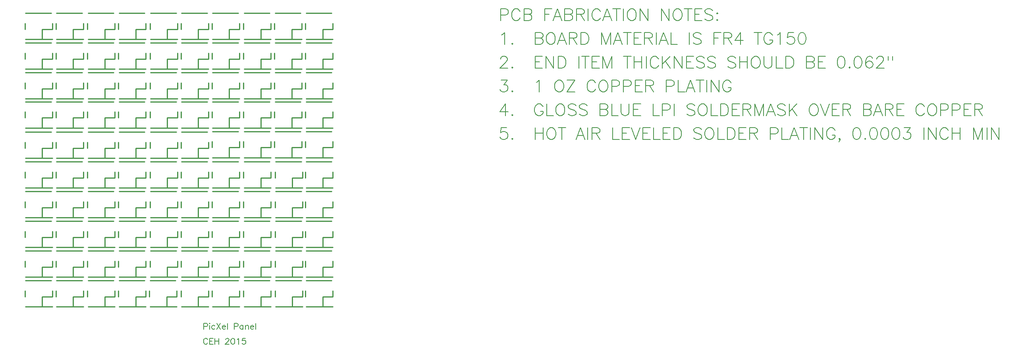
<source format=gto>
G04 CAM350 V10.1.0 (Build 363) Date:  Mon Jun 15 21:36:37 2015 *
G04 Database: (Untitled) *
G04 Layer 10: PCB1.GTO *
%FSLAX25Y25*%
%MOIN*%
%SFA1.000B1.000*%

%MIA0B0*%
%IPPOS*%
%ADD71C,0.01000*%
%ADD53C,0.00800*%
%LNPCB1.GTO*%
%LPD*%
G54D71*
X375625Y240000D02*
G01X377875D01*
X372500Y231500D02*
G01Y240000D01*
X358500Y253500D02*
G01X380000D01*
X358500Y231500D02*
G01X381000D01*
X358000Y240000D02*
G01Y245000D01*
X381000Y240000D02*
G01Y245000D01*
X372500Y240000D02*
G01X375625D01*
X377875D02*
G01X381000D01*
X377875Y265000D02*
G01X381000D01*
X372500D02*
G01X375625D01*
X381000D02*
G01Y270000D01*
X358000Y265000D02*
G01Y270000D01*
X358500Y256500D02*
G01X381000D01*
X358500Y278500D02*
G01X380000D01*
X372500Y256500D02*
G01Y265000D01*
X375625D02*
G01X377875D01*
X375625Y290000D02*
G01X377875D01*
X372500Y281500D02*
G01Y290000D01*
X358500Y303500D02*
G01X380000D01*
X358500Y281500D02*
G01X381000D01*
X358000Y290000D02*
G01Y295000D01*
X381000Y290000D02*
G01Y295000D01*
X372500Y290000D02*
G01X375625D01*
X377875D02*
G01X381000D01*
X377875Y315000D02*
G01X381000D01*
X372500D02*
G01X375625D01*
X381000D02*
G01Y320000D01*
X358000Y315000D02*
G01Y320000D01*
X358500Y306500D02*
G01X381000D01*
X358500Y328500D02*
G01X380000D01*
X372500Y306500D02*
G01Y315000D01*
X375625D02*
G01X377875D01*
X375625Y340000D02*
G01X377875D01*
X372500Y331500D02*
G01Y340000D01*
X358500Y353500D02*
G01X380000D01*
X358500Y331500D02*
G01X381000D01*
X358000Y340000D02*
G01Y345000D01*
X381000Y340000D02*
G01Y345000D01*
X372500Y340000D02*
G01X375625D01*
X377875D02*
G01X381000D01*
X377875Y365500D02*
G01X381000D01*
X372500D02*
G01X375625D01*
X381000D02*
G01Y370500D01*
X358000Y365500D02*
G01Y370500D01*
X358500Y357000D02*
G01X381000D01*
X358500Y379000D02*
G01X380000D01*
X372500Y357000D02*
G01Y365500D01*
X375625D02*
G01X377875D01*
X375625Y390500D02*
G01X377875D01*
X372500Y382000D02*
G01Y390500D01*
X358500Y404000D02*
G01X380000D01*
X358500Y382000D02*
G01X381000D01*
X358000Y390500D02*
G01Y395500D01*
X381000Y390500D02*
G01Y395500D01*
X372500Y390500D02*
G01X375625D01*
X377875D02*
G01X381000D01*
X377875Y415000D02*
G01X381000D01*
X372500D02*
G01X375625D01*
X381000D02*
G01Y420000D01*
X358000Y415000D02*
G01Y420000D01*
X358500Y406500D02*
G01X381000D01*
X358500Y428500D02*
G01X380000D01*
X372500Y406500D02*
G01Y415000D01*
X375625D02*
G01X377875D01*
X375625Y440000D02*
G01X377875D01*
X372500Y431500D02*
G01Y440000D01*
X358500Y453500D02*
G01X380000D01*
X358500Y431500D02*
G01X381000D01*
X358000Y440000D02*
G01Y445000D01*
X381000Y440000D02*
G01Y445000D01*
X372500Y440000D02*
G01X375625D01*
X377875D02*
G01X381000D01*
X377875Y465000D02*
G01X381000D01*
X372500D02*
G01X375625D01*
X381000D02*
G01Y470000D01*
X358000Y465000D02*
G01Y470000D01*
X358500Y456500D02*
G01X381000D01*
X358500Y478500D02*
G01X380000D01*
X372500Y456500D02*
G01Y465000D01*
X375625D02*
G01X377875D01*
X350125Y240000D02*
G01X352375D01*
X347000Y231500D02*
G01Y240000D01*
X333000Y253500D02*
G01X354500D01*
X333000Y231500D02*
G01X355500D01*
X332500Y240000D02*
G01Y245000D01*
X355500Y240000D02*
G01Y245000D01*
X347000Y240000D02*
G01X350125D01*
X352375D02*
G01X355500D01*
X352375Y265000D02*
G01X355500D01*
X347000D02*
G01X350125D01*
X355500D02*
G01Y270000D01*
X332500Y265000D02*
G01Y270000D01*
X333000Y256500D02*
G01X355500D01*
X333000Y278500D02*
G01X354500D01*
X347000Y256500D02*
G01Y265000D01*
X350125D02*
G01X352375D01*
X350125Y290000D02*
G01X352375D01*
X347000Y281500D02*
G01Y290000D01*
X333000Y303500D02*
G01X354500D01*
X333000Y281500D02*
G01X355500D01*
X332500Y290000D02*
G01Y295000D01*
X355500Y290000D02*
G01Y295000D01*
X347000Y290000D02*
G01X350125D01*
X352375D02*
G01X355500D01*
X352375Y315000D02*
G01X355500D01*
X347000D02*
G01X350125D01*
X355500D02*
G01Y320000D01*
X332500Y315000D02*
G01Y320000D01*
X333000Y306500D02*
G01X355500D01*
X333000Y328500D02*
G01X354500D01*
X347000Y306500D02*
G01Y315000D01*
X350125D02*
G01X352375D01*
X350125Y340000D02*
G01X352375D01*
X347000Y331500D02*
G01Y340000D01*
X333000Y353500D02*
G01X354500D01*
X333000Y331500D02*
G01X355500D01*
X332500Y340000D02*
G01Y345000D01*
X355500Y340000D02*
G01Y345000D01*
X347000Y340000D02*
G01X350125D01*
X352375D02*
G01X355500D01*
X351875Y365500D02*
G01X355000D01*
X346500D02*
G01X349625D01*
X355000D02*
G01Y370500D01*
X332000Y365500D02*
G01Y370500D01*
X332500Y357000D02*
G01X355000D01*
X332500Y379000D02*
G01X354000D01*
X346500Y357000D02*
G01Y365500D01*
X349625D02*
G01X351875D01*
X349625Y390500D02*
G01X351875D01*
X346500Y382000D02*
G01Y390500D01*
X332500Y404000D02*
G01X354000D01*
X332500Y382000D02*
G01X355000D01*
X332000Y390500D02*
G01Y395500D01*
X355000Y390500D02*
G01Y395500D01*
X346500Y390500D02*
G01X349625D01*
X351875D02*
G01X355000D01*
X351875Y415000D02*
G01X355000D01*
X346500D02*
G01X349625D01*
X355000D02*
G01Y420000D01*
X332000Y415000D02*
G01Y420000D01*
X332500Y406500D02*
G01X355000D01*
X332500Y428500D02*
G01X354000D01*
X346500Y406500D02*
G01Y415000D01*
X349625D02*
G01X351875D01*
X349625Y440000D02*
G01X351875D01*
X346500Y431500D02*
G01Y440000D01*
X332500Y453500D02*
G01X354000D01*
X332500Y431500D02*
G01X355000D01*
X332000Y440000D02*
G01Y445000D01*
X355000Y440000D02*
G01Y445000D01*
X346500Y440000D02*
G01X349625D01*
X351875D02*
G01X355000D01*
X351875Y465000D02*
G01X355000D01*
X346500D02*
G01X349625D01*
X355000D02*
G01Y470000D01*
X332000Y465000D02*
G01Y470000D01*
X332500Y456500D02*
G01X355000D01*
X332500Y478500D02*
G01X354000D01*
X346500Y456500D02*
G01Y465000D01*
X349625D02*
G01X351875D01*
X323625Y240000D02*
G01X325875D01*
X320500Y231500D02*
G01Y240000D01*
X306500Y253500D02*
G01X328000D01*
X306500Y231500D02*
G01X329000D01*
X306000Y240000D02*
G01Y245000D01*
X329000Y240000D02*
G01Y245000D01*
X320500Y240000D02*
G01X323625D01*
X325875D02*
G01X329000D01*
X325875Y265000D02*
G01X329000D01*
X320500D02*
G01X323625D01*
X329000D02*
G01Y270000D01*
X306000Y265000D02*
G01Y270000D01*
X306500Y256500D02*
G01X329000D01*
X306500Y278500D02*
G01X328000D01*
X320500Y256500D02*
G01Y265000D01*
X323625D02*
G01X325875D01*
X323625Y290000D02*
G01X325875D01*
X320500Y281500D02*
G01Y290000D01*
X306500Y303500D02*
G01X328000D01*
X306500Y281500D02*
G01X329000D01*
X306000Y290000D02*
G01Y295000D01*
X329000Y290000D02*
G01Y295000D01*
X320500Y290000D02*
G01X323625D01*
X325875D02*
G01X329000D01*
X325875Y315000D02*
G01X329000D01*
X320500D02*
G01X323625D01*
X329000D02*
G01Y320000D01*
X306000Y315000D02*
G01Y320000D01*
X306500Y306500D02*
G01X329000D01*
X306500Y328500D02*
G01X328000D01*
X320500Y306500D02*
G01Y315000D01*
X323625D02*
G01X325875D01*
X323625Y340000D02*
G01X325875D01*
X320500Y331500D02*
G01Y340000D01*
X306500Y353500D02*
G01X328000D01*
X306500Y331500D02*
G01X329000D01*
X306000Y340000D02*
G01Y345000D01*
X329000Y340000D02*
G01Y345000D01*
X320500Y340000D02*
G01X323625D01*
X325875D02*
G01X329000D01*
X325875Y365500D02*
G01X329000D01*
X320500D02*
G01X323625D01*
X329000D02*
G01Y370500D01*
X306000Y365500D02*
G01Y370500D01*
X306500Y357000D02*
G01X329000D01*
X306500Y379000D02*
G01X328000D01*
X320500Y357000D02*
G01Y365500D01*
X323625D02*
G01X325875D01*
X323625Y390500D02*
G01X325875D01*
X320500Y382000D02*
G01Y390500D01*
X306500Y404000D02*
G01X328000D01*
X306500Y382000D02*
G01X329000D01*
X306000Y390500D02*
G01Y395500D01*
X329000Y390500D02*
G01Y395500D01*
X320500Y390500D02*
G01X323625D01*
X325875D02*
G01X329000D01*
X325875Y415000D02*
G01X329000D01*
X320500D02*
G01X323625D01*
X329000D02*
G01Y420000D01*
X306000Y415000D02*
G01Y420000D01*
X306500Y406500D02*
G01X329000D01*
X306500Y428500D02*
G01X328000D01*
X320500Y406500D02*
G01Y415000D01*
X323625D02*
G01X325875D01*
X323625Y440000D02*
G01X325875D01*
X320500Y431500D02*
G01Y440000D01*
X306500Y453500D02*
G01X328000D01*
X306500Y431500D02*
G01X329000D01*
X306000Y440000D02*
G01Y445000D01*
X329000Y440000D02*
G01Y445000D01*
X320500Y440000D02*
G01X323625D01*
X325875D02*
G01X329000D01*
X325875Y465000D02*
G01X329000D01*
X320500D02*
G01X323625D01*
X329000D02*
G01Y470000D01*
X306000Y465000D02*
G01Y470000D01*
X306500Y456500D02*
G01X329000D01*
X306500Y478500D02*
G01X328000D01*
X320500Y456500D02*
G01Y465000D01*
X323625D02*
G01X325875D01*
X297125Y240000D02*
G01X299375D01*
X294000Y231500D02*
G01Y240000D01*
X280000Y253500D02*
G01X301500D01*
X280000Y231500D02*
G01X302500D01*
X279500Y240000D02*
G01Y245000D01*
X302500Y240000D02*
G01Y245000D01*
X294000Y240000D02*
G01X297125D01*
X299375D02*
G01X302500D01*
X299375Y265000D02*
G01X302500D01*
X294000D02*
G01X297125D01*
X302500D02*
G01Y270000D01*
X279500Y265000D02*
G01Y270000D01*
X280000Y256500D02*
G01X302500D01*
X280000Y278500D02*
G01X301500D01*
X294000Y256500D02*
G01Y265000D01*
X297125D02*
G01X299375D01*
X297125Y290000D02*
G01X299375D01*
X294000Y281500D02*
G01Y290000D01*
X280000Y303500D02*
G01X301500D01*
X280000Y281500D02*
G01X302500D01*
X279500Y290000D02*
G01Y295000D01*
X302500Y290000D02*
G01Y295000D01*
X294000Y290000D02*
G01X297125D01*
X299375D02*
G01X302500D01*
X299375Y315000D02*
G01X302500D01*
X294000D02*
G01X297125D01*
X302500D02*
G01Y320000D01*
X279500Y315000D02*
G01Y320000D01*
X280000Y306500D02*
G01X302500D01*
X280000Y328500D02*
G01X301500D01*
X294000Y306500D02*
G01Y315000D01*
X297125D02*
G01X299375D01*
X297125Y340000D02*
G01X299375D01*
X294000Y331500D02*
G01Y340000D01*
X280000Y353500D02*
G01X301500D01*
X280000Y331500D02*
G01X302500D01*
X279500Y340000D02*
G01Y345000D01*
X302500Y340000D02*
G01Y345000D01*
X294000Y340000D02*
G01X297125D01*
X299375D02*
G01X302500D01*
X299375Y365500D02*
G01X302500D01*
X294000D02*
G01X297125D01*
X302500D02*
G01Y370500D01*
X279500Y365500D02*
G01Y370500D01*
X280000Y357000D02*
G01X302500D01*
X280000Y379000D02*
G01X301500D01*
X294000Y357000D02*
G01Y365500D01*
X297125D02*
G01X299375D01*
X297125Y390500D02*
G01X299375D01*
X294000Y382000D02*
G01Y390500D01*
X280000Y404000D02*
G01X301500D01*
X280000Y382000D02*
G01X302500D01*
X279500Y390500D02*
G01Y395500D01*
X302500Y390500D02*
G01Y395500D01*
X294000Y390500D02*
G01X297125D01*
X299375D02*
G01X302500D01*
X299375Y415000D02*
G01X302500D01*
X294000D02*
G01X297125D01*
X302500D02*
G01Y420000D01*
X279500Y415000D02*
G01Y420000D01*
X280000Y406500D02*
G01X302500D01*
X280000Y428500D02*
G01X301500D01*
X294000Y406500D02*
G01Y415000D01*
X297125D02*
G01X299375D01*
X297125Y440000D02*
G01X299375D01*
X294000Y431500D02*
G01Y440000D01*
X280000Y453500D02*
G01X301500D01*
X280000Y431500D02*
G01X302500D01*
X279500Y440000D02*
G01Y445000D01*
X302500Y440000D02*
G01Y445000D01*
X294000Y440000D02*
G01X297125D01*
X299375D02*
G01X302500D01*
X299375Y465000D02*
G01X302500D01*
X294000D02*
G01X297125D01*
X302500D02*
G01Y470000D01*
X279500Y465000D02*
G01Y470000D01*
X280000Y456500D02*
G01X302500D01*
X280000Y478500D02*
G01X301500D01*
X294000Y456500D02*
G01Y465000D01*
X297125D02*
G01X299375D01*
X271125Y240000D02*
G01X273375D01*
X268000Y231500D02*
G01Y240000D01*
X254000Y253500D02*
G01X275500D01*
X254000Y231500D02*
G01X276500D01*
X253500Y240000D02*
G01Y245000D01*
X276500Y240000D02*
G01Y245000D01*
X268000Y240000D02*
G01X271125D01*
X273375D02*
G01X276500D01*
X273375Y265000D02*
G01X276500D01*
X268000D02*
G01X271125D01*
X276500D02*
G01Y270000D01*
X253500Y265000D02*
G01Y270000D01*
X254000Y256500D02*
G01X276500D01*
X254000Y278500D02*
G01X275500D01*
X268000Y256500D02*
G01Y265000D01*
X271125D02*
G01X273375D01*
X271125Y290000D02*
G01X273375D01*
X268000Y281500D02*
G01Y290000D01*
X254000Y303500D02*
G01X275500D01*
X254000Y281500D02*
G01X276500D01*
X253500Y290000D02*
G01Y295000D01*
X276500Y290000D02*
G01Y295000D01*
X268000Y290000D02*
G01X271125D01*
X273375D02*
G01X276500D01*
X273375Y315000D02*
G01X276500D01*
X268000D02*
G01X271125D01*
X276500D02*
G01Y320000D01*
X253500Y315000D02*
G01Y320000D01*
X254000Y306500D02*
G01X276500D01*
X254000Y328500D02*
G01X275500D01*
X268000Y306500D02*
G01Y315000D01*
X271125D02*
G01X273375D01*
X271125Y340000D02*
G01X273375D01*
X268000Y331500D02*
G01Y340000D01*
X254000Y353500D02*
G01X275500D01*
X254000Y331500D02*
G01X276500D01*
X253500Y340000D02*
G01Y345000D01*
X276500Y340000D02*
G01Y345000D01*
X268000Y340000D02*
G01X271125D01*
X273375D02*
G01X276500D01*
X273375Y365000D02*
G01X276500D01*
X268000D02*
G01X271125D01*
X276500D02*
G01Y370000D01*
X253500Y365000D02*
G01Y370000D01*
X254000Y356500D02*
G01X276500D01*
X254000Y378500D02*
G01X275500D01*
X268000Y356500D02*
G01Y365000D01*
X271125D02*
G01X273375D01*
X271125Y390500D02*
G01X273375D01*
X268000Y382000D02*
G01Y390500D01*
X254000Y404000D02*
G01X275500D01*
X254000Y382000D02*
G01X276500D01*
X253500Y390500D02*
G01Y395500D01*
X276500Y390500D02*
G01Y395500D01*
X268000Y390500D02*
G01X271125D01*
X273375D02*
G01X276500D01*
X273375Y415000D02*
G01X276500D01*
X268000D02*
G01X271125D01*
X276500D02*
G01Y420000D01*
X253500Y415000D02*
G01Y420000D01*
X254000Y406500D02*
G01X276500D01*
X254000Y428500D02*
G01X275500D01*
X268000Y406500D02*
G01Y415000D01*
X271125D02*
G01X273375D01*
X271125Y440000D02*
G01X273375D01*
X268000Y431500D02*
G01Y440000D01*
X254000Y453500D02*
G01X275500D01*
X254000Y431500D02*
G01X276500D01*
X253500Y440000D02*
G01Y445000D01*
X276500Y440000D02*
G01Y445000D01*
X268000Y440000D02*
G01X271125D01*
X273375D02*
G01X276500D01*
X273375Y465000D02*
G01X276500D01*
X268000D02*
G01X271125D01*
X276500D02*
G01Y470000D01*
X253500Y465000D02*
G01Y470000D01*
X254000Y456500D02*
G01X276500D01*
X254000Y478500D02*
G01X275500D01*
X268000Y456500D02*
G01Y465000D01*
X271125D02*
G01X273375D01*
X244625Y240000D02*
G01X246875D01*
X241500Y231500D02*
G01Y240000D01*
X227500Y253500D02*
G01X249000D01*
X227500Y231500D02*
G01X250000D01*
X227000Y240000D02*
G01Y245000D01*
X250000Y240000D02*
G01Y245000D01*
X241500Y240000D02*
G01X244625D01*
X246875D02*
G01X250000D01*
X247375Y265000D02*
G01X250500D01*
X242000D02*
G01X245125D01*
X250500D02*
G01Y270000D01*
X227500Y265000D02*
G01Y270000D01*
X228000Y256500D02*
G01X250500D01*
X228000Y278500D02*
G01X249500D01*
X242000Y256500D02*
G01Y265000D01*
X245125D02*
G01X247375D01*
X245125Y290000D02*
G01X247375D01*
X242000Y281500D02*
G01Y290000D01*
X228000Y303500D02*
G01X249500D01*
X228000Y281500D02*
G01X250500D01*
X227500Y290000D02*
G01Y295000D01*
X250500Y290000D02*
G01Y295000D01*
X242000Y290000D02*
G01X245125D01*
X247375D02*
G01X250500D01*
X247375Y315000D02*
G01X250500D01*
X242000D02*
G01X245125D01*
X250500D02*
G01Y320000D01*
X227500Y315000D02*
G01Y320000D01*
X228000Y306500D02*
G01X250500D01*
X228000Y328500D02*
G01X249500D01*
X242000Y306500D02*
G01Y315000D01*
X245125D02*
G01X247375D01*
X245125Y340000D02*
G01X247375D01*
X242000Y331500D02*
G01Y340000D01*
X228000Y353500D02*
G01X249500D01*
X228000Y331500D02*
G01X250500D01*
X227500Y340000D02*
G01Y345000D01*
X250500Y340000D02*
G01Y345000D01*
X242000Y340000D02*
G01X245125D01*
X247375D02*
G01X250500D01*
X247375Y365000D02*
G01X250500D01*
X242000D02*
G01X245125D01*
X250500D02*
G01Y370000D01*
X227500Y365000D02*
G01Y370000D01*
X228000Y356500D02*
G01X250500D01*
X228000Y378500D02*
G01X249500D01*
X242000Y356500D02*
G01Y365000D01*
X245125D02*
G01X247375D01*
X245125Y390500D02*
G01X247375D01*
X242000Y382000D02*
G01Y390500D01*
X228000Y404000D02*
G01X249500D01*
X228000Y382000D02*
G01X250500D01*
X227500Y390500D02*
G01Y395500D01*
X250500Y390500D02*
G01Y395500D01*
X242000Y390500D02*
G01X245125D01*
X247375D02*
G01X250500D01*
X247375Y415000D02*
G01X250500D01*
X242000D02*
G01X245125D01*
X250500D02*
G01Y420000D01*
X227500Y415000D02*
G01Y420000D01*
X228000Y406500D02*
G01X250500D01*
X228000Y428500D02*
G01X249500D01*
X242000Y406500D02*
G01Y415000D01*
X245125D02*
G01X247375D01*
X245125Y440000D02*
G01X247375D01*
X242000Y431500D02*
G01Y440000D01*
X228000Y453500D02*
G01X249500D01*
X228000Y431500D02*
G01X250500D01*
X227500Y440000D02*
G01Y445000D01*
X250500Y440000D02*
G01Y445000D01*
X242000Y440000D02*
G01X245125D01*
X247375D02*
G01X250500D01*
X247375Y465000D02*
G01X250500D01*
X242000D02*
G01X245125D01*
X250500D02*
G01Y470000D01*
X227500Y465000D02*
G01Y470000D01*
X228000Y456500D02*
G01X250500D01*
X228000Y478500D02*
G01X249500D01*
X242000Y456500D02*
G01Y465000D01*
X245125D02*
G01X247375D01*
X218625Y240000D02*
G01X220875D01*
X215500Y231500D02*
G01Y240000D01*
X201500Y253500D02*
G01X223000D01*
X201500Y231500D02*
G01X224000D01*
X201000Y240000D02*
G01Y245000D01*
X224000Y240000D02*
G01Y245000D01*
X215500Y240000D02*
G01X218625D01*
X220875D02*
G01X224000D01*
X220875Y265000D02*
G01X224000D01*
X215500D02*
G01X218625D01*
X224000D02*
G01Y270000D01*
X201000Y265000D02*
G01Y270000D01*
X201500Y256500D02*
G01X224000D01*
X201500Y278500D02*
G01X223000D01*
X215500Y256500D02*
G01Y265000D01*
X218625D02*
G01X220875D01*
X218625Y290000D02*
G01X220875D01*
X215500Y281500D02*
G01Y290000D01*
X201500Y303500D02*
G01X223000D01*
X201500Y281500D02*
G01X224000D01*
X201000Y290000D02*
G01Y295000D01*
X224000Y290000D02*
G01Y295000D01*
X215500Y290000D02*
G01X218625D01*
X220875D02*
G01X224000D01*
X220875Y315000D02*
G01X224000D01*
X215500D02*
G01X218625D01*
X224000D02*
G01Y320000D01*
X201000Y315000D02*
G01Y320000D01*
X201500Y306500D02*
G01X224000D01*
X201500Y328500D02*
G01X223000D01*
X215500Y306500D02*
G01Y315000D01*
X218625D02*
G01X220875D01*
X218625Y340000D02*
G01X220875D01*
X215500Y331500D02*
G01Y340000D01*
X201500Y353500D02*
G01X223000D01*
X201500Y331500D02*
G01X224000D01*
X201000Y340000D02*
G01Y345000D01*
X224000Y340000D02*
G01Y345000D01*
X215500Y340000D02*
G01X218625D01*
X220875D02*
G01X224000D01*
X220875Y365000D02*
G01X224000D01*
X215500D02*
G01X218625D01*
X224000D02*
G01Y370000D01*
X201000Y365000D02*
G01Y370000D01*
X201500Y356500D02*
G01X224000D01*
X201500Y378500D02*
G01X223000D01*
X215500Y356500D02*
G01Y365000D01*
X218625D02*
G01X220875D01*
X218625Y390500D02*
G01X220875D01*
X215500Y382000D02*
G01Y390500D01*
X201500Y404000D02*
G01X223000D01*
X201500Y382000D02*
G01X224000D01*
X201000Y390500D02*
G01Y395500D01*
X224000Y390500D02*
G01Y395500D01*
X215500Y390500D02*
G01X218625D01*
X220875D02*
G01X224000D01*
X220875Y415000D02*
G01X224000D01*
X215500D02*
G01X218625D01*
X224000D02*
G01Y420000D01*
X201000Y415000D02*
G01Y420000D01*
X201500Y406500D02*
G01X224000D01*
X201500Y428500D02*
G01X223000D01*
X215500Y406500D02*
G01Y415000D01*
X218625D02*
G01X220875D01*
X218625Y440000D02*
G01X220875D01*
X215500Y431500D02*
G01Y440000D01*
X201500Y453500D02*
G01X223000D01*
X201500Y431500D02*
G01X224000D01*
X201000Y440000D02*
G01Y445000D01*
X224000Y440000D02*
G01Y445000D01*
X215500Y440000D02*
G01X218625D01*
X220875D02*
G01X224000D01*
X220875Y465000D02*
G01X224000D01*
X215500D02*
G01X218625D01*
X224000D02*
G01Y470000D01*
X201000Y465000D02*
G01Y470000D01*
X201500Y456500D02*
G01X224000D01*
X201500Y478500D02*
G01X223000D01*
X215500Y456500D02*
G01Y465000D01*
X218625D02*
G01X220875D01*
X192625Y240000D02*
G01X194875D01*
X189500Y231500D02*
G01Y240000D01*
X175500Y253500D02*
G01X197000D01*
X175500Y231500D02*
G01X198000D01*
X175000Y240000D02*
G01Y245000D01*
X198000Y240000D02*
G01Y245000D01*
X189500Y240000D02*
G01X192625D01*
X194875D02*
G01X198000D01*
X194875Y265000D02*
G01X198000D01*
X189500D02*
G01X192625D01*
X198000D02*
G01Y270000D01*
X175000Y265000D02*
G01Y270000D01*
X175500Y256500D02*
G01X198000D01*
X175500Y278500D02*
G01X197000D01*
X189500Y256500D02*
G01Y265000D01*
X192625D02*
G01X194875D01*
X192625Y290000D02*
G01X194875D01*
X189500Y281500D02*
G01Y290000D01*
X175500Y303500D02*
G01X197000D01*
X175500Y281500D02*
G01X198000D01*
X175000Y290000D02*
G01Y295000D01*
X198000Y290000D02*
G01Y295000D01*
X189500Y290000D02*
G01X192625D01*
X194875D02*
G01X198000D01*
X194875Y315000D02*
G01X198000D01*
X189500D02*
G01X192625D01*
X198000D02*
G01Y320000D01*
X175000Y315000D02*
G01Y320000D01*
X175500Y306500D02*
G01X198000D01*
X175500Y328500D02*
G01X197000D01*
X189500Y306500D02*
G01Y315000D01*
X192625D02*
G01X194875D01*
X192625Y340000D02*
G01X194875D01*
X189500Y331500D02*
G01Y340000D01*
X175500Y353500D02*
G01X197000D01*
X175500Y331500D02*
G01X198000D01*
X175000Y340000D02*
G01Y345000D01*
X198000Y340000D02*
G01Y345000D01*
X189500Y340000D02*
G01X192625D01*
X194875D02*
G01X198000D01*
X194875Y365000D02*
G01X198000D01*
X189500D02*
G01X192625D01*
X198000D02*
G01Y370000D01*
X175000Y365000D02*
G01Y370000D01*
X175500Y356500D02*
G01X198000D01*
X175500Y378500D02*
G01X197000D01*
X189500Y356500D02*
G01Y365000D01*
X192625D02*
G01X194875D01*
X192625Y390500D02*
G01X194875D01*
X189500Y382000D02*
G01Y390500D01*
X175500Y404000D02*
G01X197000D01*
X175500Y382000D02*
G01X198000D01*
X175000Y390500D02*
G01Y395500D01*
X198000Y390500D02*
G01Y395500D01*
X189500Y390500D02*
G01X192625D01*
X194875D02*
G01X198000D01*
X194875Y415000D02*
G01X198000D01*
X189500D02*
G01X192625D01*
X198000D02*
G01Y420000D01*
X175000Y415000D02*
G01Y420000D01*
X175500Y406500D02*
G01X198000D01*
X175500Y428500D02*
G01X197000D01*
X189500Y406500D02*
G01Y415000D01*
X192625D02*
G01X194875D01*
X192625Y440000D02*
G01X194875D01*
X189500Y431500D02*
G01Y440000D01*
X175500Y453500D02*
G01X197000D01*
X175500Y431500D02*
G01X198000D01*
X175000Y440000D02*
G01Y445000D01*
X198000Y440000D02*
G01Y445000D01*
X189500Y440000D02*
G01X192625D01*
X194875D02*
G01X198000D01*
X194875Y465000D02*
G01X198000D01*
X189500D02*
G01X192625D01*
X198000D02*
G01Y470000D01*
X175000Y465000D02*
G01Y470000D01*
X175500Y456500D02*
G01X198000D01*
X175500Y478500D02*
G01X197000D01*
X189500Y456500D02*
G01Y465000D01*
X192625D02*
G01X194875D01*
X166125Y240000D02*
G01X168375D01*
X163000Y231500D02*
G01Y240000D01*
X149000Y253500D02*
G01X170500D01*
X149000Y231500D02*
G01X171500D01*
X148500Y240000D02*
G01Y245000D01*
X171500Y240000D02*
G01Y245000D01*
X163000Y240000D02*
G01X166125D01*
X168375D02*
G01X171500D01*
X168375Y265000D02*
G01X171500D01*
X163000D02*
G01X166125D01*
X171500D02*
G01Y270000D01*
X148500Y265000D02*
G01Y270000D01*
X149000Y256500D02*
G01X171500D01*
X149000Y278500D02*
G01X170500D01*
X163000Y256500D02*
G01Y265000D01*
X166125D02*
G01X168375D01*
X166125Y290000D02*
G01X168375D01*
X163000Y281500D02*
G01Y290000D01*
X149000Y303500D02*
G01X170500D01*
X149000Y281500D02*
G01X171500D01*
X148500Y290000D02*
G01Y295000D01*
X171500Y290000D02*
G01Y295000D01*
X163000Y290000D02*
G01X166125D01*
X168375D02*
G01X171500D01*
X168375Y315000D02*
G01X171500D01*
X163000D02*
G01X166125D01*
X171500D02*
G01Y320000D01*
X148500Y315000D02*
G01Y320000D01*
X149000Y306500D02*
G01X171500D01*
X149000Y328500D02*
G01X170500D01*
X163000Y306500D02*
G01Y315000D01*
X166125D02*
G01X168375D01*
X166125Y340000D02*
G01X168375D01*
X163000Y331500D02*
G01Y340000D01*
X149000Y353500D02*
G01X170500D01*
X149000Y331500D02*
G01X171500D01*
X148500Y340000D02*
G01Y345000D01*
X171500Y340000D02*
G01Y345000D01*
X163000Y340000D02*
G01X166125D01*
X168375D02*
G01X171500D01*
X168375Y365000D02*
G01X171500D01*
X163000D02*
G01X166125D01*
X171500D02*
G01Y370000D01*
X148500Y365000D02*
G01Y370000D01*
X149000Y356500D02*
G01X171500D01*
X149000Y378500D02*
G01X170500D01*
X163000Y356500D02*
G01Y365000D01*
X166125D02*
G01X168375D01*
X166125Y390500D02*
G01X168375D01*
X163000Y382000D02*
G01Y390500D01*
X149000Y404000D02*
G01X170500D01*
X149000Y382000D02*
G01X171500D01*
X148500Y390500D02*
G01Y395500D01*
X171500Y390500D02*
G01Y395500D01*
X163000Y390500D02*
G01X166125D01*
X168375D02*
G01X171500D01*
X168375Y415000D02*
G01X171500D01*
X163000D02*
G01X166125D01*
X171500D02*
G01Y420000D01*
X148500Y415000D02*
G01Y420000D01*
X149000Y406500D02*
G01X171500D01*
X149000Y428500D02*
G01X170500D01*
X163000Y406500D02*
G01Y415000D01*
X166125D02*
G01X168375D01*
X166125Y440000D02*
G01X168375D01*
X163000Y431500D02*
G01Y440000D01*
X149000Y453500D02*
G01X170500D01*
X149000Y431500D02*
G01X171500D01*
X148500Y440000D02*
G01Y445000D01*
X171500Y440000D02*
G01Y445000D01*
X163000Y440000D02*
G01X166125D01*
X168375D02*
G01X171500D01*
X168375Y465000D02*
G01X171500D01*
X163000D02*
G01X166125D01*
X171500D02*
G01Y470000D01*
X148500Y465000D02*
G01Y470000D01*
X149000Y456500D02*
G01X171500D01*
X149000Y478500D02*
G01X170500D01*
X163000Y456500D02*
G01Y465000D01*
X166125D02*
G01X168375D01*
X140125Y240000D02*
G01X142375D01*
X137000Y231500D02*
G01Y240000D01*
X123000Y253500D02*
G01X144500D01*
X123000Y231500D02*
G01X145500D01*
X122500Y240000D02*
G01Y245000D01*
X145500Y240000D02*
G01Y245000D01*
X137000Y240000D02*
G01X140125D01*
X142375D02*
G01X145500D01*
X142375Y265000D02*
G01X145500D01*
X137000D02*
G01X140125D01*
X145500D02*
G01Y270000D01*
X122500Y265000D02*
G01Y270000D01*
X123000Y256500D02*
G01X145500D01*
X123000Y278500D02*
G01X144500D01*
X137000Y256500D02*
G01Y265000D01*
X140125D02*
G01X142375D01*
X140125Y290000D02*
G01X142375D01*
X137000Y281500D02*
G01Y290000D01*
X123000Y303500D02*
G01X144500D01*
X123000Y281500D02*
G01X145500D01*
X122500Y290000D02*
G01Y295000D01*
X145500Y290000D02*
G01Y295000D01*
X137000Y290000D02*
G01X140125D01*
X142375D02*
G01X145500D01*
X142375Y315000D02*
G01X145500D01*
X137000D02*
G01X140125D01*
X145500D02*
G01Y320000D01*
X122500Y315000D02*
G01Y320000D01*
X123000Y306500D02*
G01X145500D01*
X123000Y328500D02*
G01X144500D01*
X137000Y306500D02*
G01Y315000D01*
X140125D02*
G01X142375D01*
X140125Y340000D02*
G01X142375D01*
X137000Y331500D02*
G01Y340000D01*
X123000Y353500D02*
G01X144500D01*
X123000Y331500D02*
G01X145500D01*
X122500Y340000D02*
G01Y345000D01*
X145500Y340000D02*
G01Y345000D01*
X137000Y340000D02*
G01X140125D01*
X142375D02*
G01X145500D01*
X142375Y365000D02*
G01X145500D01*
X137000D02*
G01X140125D01*
X145500D02*
G01Y370000D01*
X122500Y365000D02*
G01Y370000D01*
X123000Y356500D02*
G01X145500D01*
X123000Y378500D02*
G01X144500D01*
X137000Y356500D02*
G01Y365000D01*
X140125D02*
G01X142375D01*
X140125Y390500D02*
G01X142375D01*
X137000Y382000D02*
G01Y390500D01*
X123000Y404000D02*
G01X144500D01*
X123000Y382000D02*
G01X145500D01*
X122500Y390500D02*
G01Y395500D01*
X145500Y390500D02*
G01Y395500D01*
X137000Y390500D02*
G01X140125D01*
X142375D02*
G01X145500D01*
X142375Y415000D02*
G01X145500D01*
X137000D02*
G01X140125D01*
X145500D02*
G01Y420000D01*
X122500Y415000D02*
G01Y420000D01*
X123000Y406500D02*
G01X145500D01*
X123000Y428500D02*
G01X144500D01*
X137000Y406500D02*
G01Y415000D01*
X140125D02*
G01X142375D01*
X140125Y440000D02*
G01X142375D01*
X137000Y431500D02*
G01Y440000D01*
X123000Y453500D02*
G01X144500D01*
X123000Y431500D02*
G01X145500D01*
X122500Y440000D02*
G01Y445000D01*
X145500Y440000D02*
G01Y445000D01*
X137000Y440000D02*
G01X140125D01*
X142375D02*
G01X145500D01*
X142375Y465000D02*
G01X145500D01*
X137000D02*
G01X140125D01*
X145500D02*
G01Y470000D01*
X122500Y465000D02*
G01Y470000D01*
X123000Y456500D02*
G01X145500D01*
X123000Y478500D02*
G01X144500D01*
X137000Y456500D02*
G01Y465000D01*
X140125D02*
G01X142375D01*
G54D53*
G01X272627Y217412D02*
Y212490D01*
Y217412D02*
X274737D01*
X275440Y217177D01*
X275674Y216943D01*
X275909Y216474D01*
Y215771D01*
X275674Y215302D01*
X275440Y215068D01*
X274737Y214834D01*
X272627D01*
X277315Y217412D02*
X277549Y217177D01*
X277784Y217412D01*
X277549Y217646D01*
X277315Y217412D01*
X277549Y215771D02*
Y212490D01*
X282002Y215068D02*
X281534Y215537D01*
X281065Y215771D01*
X280362D01*
X279893Y215537D01*
X279424Y215068D01*
X279190Y214365D01*
Y213896D01*
X279424Y213193D01*
X279893Y212724D01*
X280362Y212490D01*
X281065D01*
X281534Y212724D01*
X282002Y213193D01*
X283409Y217412D02*
X286690Y212490D01*
Y217412D02*
X283409Y212490D01*
X288096Y214365D02*
X290909D01*
Y214834D01*
X290674Y215302D01*
X290440Y215537D01*
X289971Y215771D01*
X289268D01*
X288799Y215537D01*
X288331Y215068D01*
X288096Y214365D01*
Y213896D01*
X288331Y213193D01*
X288799Y212724D01*
X289268Y212490D01*
X289971D01*
X290440Y212724D01*
X290909Y213193D01*
X292549Y217412D02*
Y212490D01*
X298174Y217412D02*
Y212490D01*
Y217412D02*
X300284D01*
X300987Y217177D01*
X301221Y216943D01*
X301456Y216474D01*
Y215771D01*
X301221Y215302D01*
X300987Y215068D01*
X300284Y214834D01*
X298174D01*
X305674Y215771D02*
Y212490D01*
Y215068D02*
X305206Y215537D01*
X304737Y215771D01*
X304034D01*
X303565Y215537D01*
X303096Y215068D01*
X302862Y214365D01*
Y213896D01*
X303096Y213193D01*
X303565Y212724D01*
X304034Y212490D01*
X304737D01*
X305206Y212724D01*
X305674Y213193D01*
X307549Y215771D02*
Y212490D01*
Y214834D02*
X308252Y215537D01*
X308721Y215771D01*
X309424D01*
X309893Y215537D01*
X310127Y214834D01*
Y212490D01*
X311768Y214365D02*
X314581D01*
Y214834D01*
X314346Y215302D01*
X314112Y215537D01*
X313643Y215771D01*
X312940D01*
X312471Y215537D01*
X312002Y215068D01*
X311768Y214365D01*
Y213896D01*
X312002Y213193D01*
X312471Y212724D01*
X312940Y212490D01*
X313643D01*
X314112Y212724D01*
X314581Y213193D01*
X316221Y217412D02*
Y212490D01*
X275909Y203740D02*
X275674Y204209D01*
X275206Y204677D01*
X274737Y204912D01*
X273799D01*
X273331Y204677D01*
X272862Y204209D01*
X272627Y203740D01*
X272393Y203037D01*
Y201865D01*
X272627Y201162D01*
X272862Y200693D01*
X273331Y200224D01*
X273799Y199990D01*
X274737D01*
X275206Y200224D01*
X275674Y200693D01*
X275909Y201162D01*
X277549Y204912D02*
Y199990D01*
Y204912D02*
X280596D01*
X277549Y202568D02*
X279424D01*
X277549Y199990D02*
X280596D01*
X282002Y204912D02*
Y199990D01*
X285284Y204912D02*
Y199990D01*
X282002Y202568D02*
X285284D01*
X290909Y203740D02*
Y203974D01*
X291143Y204443D01*
X291377Y204677D01*
X291846Y204912D01*
X292784D01*
X293252Y204677D01*
X293487Y204443D01*
X293721Y203974D01*
Y203506D01*
X293487Y203037D01*
X293018Y202334D01*
X290674Y199990D01*
X293956D01*
X296768Y204912D02*
X296065Y204677D01*
X295596Y203974D01*
X295362Y202802D01*
Y202099D01*
X295596Y200927D01*
X296065Y200224D01*
X296768Y199990D01*
X297237D01*
X297940Y200224D01*
X298409Y200927D01*
X298643Y202099D01*
Y202802D01*
X298409Y203974D01*
X297940Y204677D01*
X297237Y204912D01*
X296768D01*
X300752Y203974D02*
X301221Y204209D01*
X301924Y204912D01*
Y199990D01*
X307549Y204912D02*
X305206D01*
X304971Y202802D01*
X305206Y203037D01*
X305909Y203271D01*
X306612D01*
X307315Y203037D01*
X307784Y202568D01*
X308018Y201865D01*
Y201396D01*
X307784Y200693D01*
X307315Y200224D01*
X306612Y199990D01*
X305909D01*
X305206Y200224D01*
X304971Y200459D01*
X304737Y200927D01*
G01X521755Y482064D02*
Y472220D01*
Y482064D02*
X525974D01*
X527380Y481595D01*
X527849Y481126D01*
X528317Y480189D01*
Y478782D01*
X527849Y477845D01*
X527380Y477376D01*
X525974Y476907D01*
X521755D01*
X538161Y479720D02*
X537692Y480657D01*
X536755Y481595D01*
X535817Y482064D01*
X533942D01*
X533005Y481595D01*
X532067Y480657D01*
X531599Y479720D01*
X531130Y478314D01*
Y475970D01*
X531599Y474564D01*
X532067Y473626D01*
X533005Y472689D01*
X533942Y472220D01*
X535817D01*
X536755Y472689D01*
X537692Y473626D01*
X538161Y474564D01*
X541442Y482064D02*
Y472220D01*
Y482064D02*
X545661D01*
X547067Y481595D01*
X547536Y481126D01*
X548005Y480189D01*
Y479251D01*
X547536Y478314D01*
X547067Y477845D01*
X545661Y477376D01*
X541442D02*
X545661D01*
X547067Y476907D01*
X547536Y476439D01*
X548005Y475501D01*
Y474095D01*
X547536Y473157D01*
X547067Y472689D01*
X545661Y472220D01*
X541442D01*
X558786Y482064D02*
Y472220D01*
Y482064D02*
X564880D01*
X558786Y477376D02*
X562536D01*
X569567Y482064D02*
X565817Y472220D01*
X569567Y482064D02*
X573317Y472220D01*
X567224Y475501D02*
X571911D01*
X575661Y482064D02*
Y472220D01*
Y482064D02*
X579880D01*
X581286Y481595D01*
X581755Y481126D01*
X582224Y480189D01*
Y479251D01*
X581755Y478314D01*
X581286Y477845D01*
X579880Y477376D01*
X575661D02*
X579880D01*
X581286Y476907D01*
X581755Y476439D01*
X582224Y475501D01*
Y474095D01*
X581755Y473157D01*
X581286Y472689D01*
X579880Y472220D01*
X575661D01*
X585505Y482064D02*
Y472220D01*
Y482064D02*
X589724D01*
X591130Y481595D01*
X591599Y481126D01*
X592067Y480189D01*
Y479251D01*
X591599Y478314D01*
X591130Y477845D01*
X589724Y477376D01*
X585505D01*
X588786D02*
X592067Y472220D01*
X595349Y482064D02*
Y472220D01*
X605661Y479720D02*
X605192Y480657D01*
X604255Y481595D01*
X603317Y482064D01*
X601442D01*
X600505Y481595D01*
X599567Y480657D01*
X599099Y479720D01*
X598630Y478314D01*
Y475970D01*
X599099Y474564D01*
X599567Y473626D01*
X600505Y472689D01*
X601442Y472220D01*
X603317D01*
X604255Y472689D01*
X605192Y473626D01*
X605661Y474564D01*
X611286Y482064D02*
X607536Y472220D01*
X611286Y482064D02*
X615036Y472220D01*
X608942Y475501D02*
X613630D01*
X619255Y482064D02*
Y472220D01*
X615974Y482064D02*
X622536D01*
X624880D02*
Y472220D01*
X630974Y482064D02*
X630036Y481595D01*
X629099Y480657D01*
X628630Y479720D01*
X628161Y478314D01*
Y475970D01*
X628630Y474564D01*
X629099Y473626D01*
X630036Y472689D01*
X630974Y472220D01*
X632849D01*
X633786Y472689D01*
X634724Y473626D01*
X635192Y474564D01*
X635661Y475970D01*
Y478314D01*
X635192Y479720D01*
X634724Y480657D01*
X633786Y481595D01*
X632849Y482064D01*
X630974D01*
X638942D02*
Y472220D01*
Y482064D02*
X645505Y472220D01*
Y482064D02*
Y472220D01*
X656755Y482064D02*
Y472220D01*
Y482064D02*
X663317Y472220D01*
Y482064D02*
Y472220D01*
X669411Y482064D02*
X668474Y481595D01*
X667536Y480657D01*
X667067Y479720D01*
X666599Y478314D01*
Y475970D01*
X667067Y474564D01*
X667536Y473626D01*
X668474Y472689D01*
X669411Y472220D01*
X671286D01*
X672224Y472689D01*
X673161Y473626D01*
X673630Y474564D01*
X674099Y475970D01*
Y478314D01*
X673630Y479720D01*
X673161Y480657D01*
X672224Y481595D01*
X671286Y482064D01*
X669411D01*
X679255D02*
Y472220D01*
X675974Y482064D02*
X682536D01*
X684880D02*
Y472220D01*
Y482064D02*
X690974D01*
X684880Y477376D02*
X688630D01*
X684880Y472220D02*
X690974D01*
X699880Y480657D02*
X698942Y481595D01*
X697536Y482064D01*
X695661D01*
X694255Y481595D01*
X693317Y480657D01*
Y479720D01*
X693786Y478782D01*
X694255Y478314D01*
X695192Y477845D01*
X698005Y476907D01*
X698942Y476439D01*
X699411Y475970D01*
X699880Y475032D01*
Y473626D01*
X698942Y472689D01*
X697536Y472220D01*
X695661D01*
X694255Y472689D01*
X693317Y473626D01*
X703630Y478782D02*
X703161Y478314D01*
X703630Y477845D01*
X704099Y478314D01*
X703630Y478782D01*
Y473157D02*
X703161Y472689D01*
X703630Y472220D01*
X704099Y472689D01*
X703630Y473157D01*
X522692Y460189D02*
X523630Y460657D01*
X525036Y462064D01*
Y452220D01*
X531599Y453157D02*
X531130Y452689D01*
X531599Y452220D01*
X532067Y452689D01*
X531599Y453157D01*
X550817Y462064D02*
Y452220D01*
Y462064D02*
X555036D01*
X556442Y461595D01*
X556911Y461126D01*
X557380Y460189D01*
Y459251D01*
X556911Y458314D01*
X556442Y457845D01*
X555036Y457376D01*
X550817D02*
X555036D01*
X556442Y456907D01*
X556911Y456439D01*
X557380Y455501D01*
Y454095D01*
X556911Y453157D01*
X556442Y452689D01*
X555036Y452220D01*
X550817D01*
X563005Y462064D02*
X562067Y461595D01*
X561130Y460657D01*
X560661Y459720D01*
X560192Y458314D01*
Y455970D01*
X560661Y454564D01*
X561130Y453626D01*
X562067Y452689D01*
X563005Y452220D01*
X564880D01*
X565817Y452689D01*
X566755Y453626D01*
X567224Y454564D01*
X567692Y455970D01*
Y458314D01*
X567224Y459720D01*
X566755Y460657D01*
X565817Y461595D01*
X564880Y462064D01*
X563005D01*
X573317D02*
X569567Y452220D01*
X573317Y462064D02*
X577067Y452220D01*
X570974Y455501D02*
X575661D01*
X579411Y462064D02*
Y452220D01*
Y462064D02*
X583630D01*
X585036Y461595D01*
X585505Y461126D01*
X585974Y460189D01*
Y459251D01*
X585505Y458314D01*
X585036Y457845D01*
X583630Y457376D01*
X579411D01*
X582692D02*
X585974Y452220D01*
X589255Y462064D02*
Y452220D01*
Y462064D02*
X592536D01*
X593942Y461595D01*
X594880Y460657D01*
X595349Y459720D01*
X595817Y458314D01*
Y455970D01*
X595349Y454564D01*
X594880Y453626D01*
X593942Y452689D01*
X592536Y452220D01*
X589255D01*
X606599Y462064D02*
Y452220D01*
Y462064D02*
X610349Y452220D01*
X614099Y462064D02*
X610349Y452220D01*
X614099Y462064D02*
Y452220D01*
X620192Y462064D02*
X616442Y452220D01*
X620192Y462064D02*
X623942Y452220D01*
X617849Y455501D02*
X622536D01*
X628161Y462064D02*
Y452220D01*
X624880Y462064D02*
X631442D01*
X633786D02*
Y452220D01*
Y462064D02*
X639880D01*
X633786Y457376D02*
X637536D01*
X633786Y452220D02*
X639880D01*
X642692Y462064D02*
Y452220D01*
Y462064D02*
X646911D01*
X648317Y461595D01*
X648786Y461126D01*
X649255Y460189D01*
Y459251D01*
X648786Y458314D01*
X648317Y457845D01*
X646911Y457376D01*
X642692D01*
X645974D02*
X649255Y452220D01*
X652536Y462064D02*
Y452220D01*
X658630Y462064D02*
X654880Y452220D01*
X658630Y462064D02*
X662380Y452220D01*
X656286Y455501D02*
X660974D01*
X664724Y462064D02*
Y452220D01*
Y452220D02*
X670349D01*
X680192Y462064D02*
Y452220D01*
X690036Y460657D02*
X689099Y461595D01*
X687692Y462064D01*
X685817D01*
X684411Y461595D01*
X683474Y460657D01*
Y459720D01*
X683942Y458782D01*
X684411Y458314D01*
X685349Y457845D01*
X688161Y456907D01*
X689099Y456439D01*
X689567Y455970D01*
X690036Y455032D01*
Y453626D01*
X689099Y452689D01*
X687692Y452220D01*
X685817D01*
X684411Y452689D01*
X683474Y453626D01*
X700817Y462064D02*
Y452220D01*
Y462064D02*
X706911D01*
X700817Y457376D02*
X704567D01*
X709255Y462064D02*
Y452220D01*
Y462064D02*
X713474D01*
X714880Y461595D01*
X715349Y461126D01*
X715817Y460189D01*
Y459251D01*
X715349Y458314D01*
X714880Y457845D01*
X713474Y457376D01*
X709255D01*
X712536D02*
X715817Y452220D01*
X723317Y462064D02*
X718630Y455501D01*
X725661D01*
X723317Y462064D02*
Y452220D01*
X737849Y462064D02*
Y452220D01*
X734567Y462064D02*
X741130D01*
X750036Y459720D02*
X749567Y460657D01*
X748630Y461595D01*
X747692Y462064D01*
X745817D01*
X744880Y461595D01*
X743942Y460657D01*
X743474Y459720D01*
X743005Y458314D01*
Y455970D01*
X743474Y454564D01*
X743942Y453626D01*
X744880Y452689D01*
X745817Y452220D01*
X747692D01*
X748630Y452689D01*
X749567Y453626D01*
X750036Y454564D01*
Y455970D01*
X747692D02*
X750036D01*
X754255Y460189D02*
X755192Y460657D01*
X756599Y462064D01*
Y452220D01*
X767849Y462064D02*
X763161D01*
X762692Y457845D01*
X763161Y458314D01*
X764567Y458782D01*
X765974D01*
X767380Y458314D01*
X768317Y457376D01*
X768786Y455970D01*
Y455032D01*
X768317Y453626D01*
X767380Y452689D01*
X765974Y452220D01*
X764567D01*
X763161Y452689D01*
X762692Y453157D01*
X762224Y454095D01*
X774411Y462064D02*
X773005Y461595D01*
X772067Y460189D01*
X771599Y457845D01*
Y456439D01*
X772067Y454095D01*
X773005Y452689D01*
X774411Y452220D01*
X775349D01*
X776755Y452689D01*
X777692Y454095D01*
X778161Y456439D01*
Y457845D01*
X777692Y460189D01*
X776755Y461595D01*
X775349Y462064D01*
X774411D01*
X521755Y439720D02*
Y440189D01*
X522224Y441126D01*
X522692Y441595D01*
X523630Y442064D01*
X525505D01*
X526442Y441595D01*
X526911Y441126D01*
X527380Y440189D01*
Y439251D01*
X526911Y438314D01*
X525974Y436907D01*
X521286Y432220D01*
X527849D01*
X531599Y433157D02*
X531130Y432689D01*
X531599Y432220D01*
X532067Y432689D01*
X531599Y433157D01*
X550817Y442064D02*
Y432220D01*
Y442064D02*
X556911D01*
X550817Y437376D02*
X554567D01*
X550817Y432220D02*
X556911D01*
X559724Y442064D02*
Y432220D01*
Y442064D02*
X566286Y432220D01*
Y442064D02*
Y432220D01*
X570036Y442064D02*
Y432220D01*
Y442064D02*
X573317D01*
X574724Y441595D01*
X575661Y440657D01*
X576130Y439720D01*
X576599Y438314D01*
Y435970D01*
X576130Y434564D01*
X575661Y433626D01*
X574724Y432689D01*
X573317Y432220D01*
X570036D01*
X587380Y442064D02*
Y432220D01*
X593005Y442064D02*
Y432220D01*
X589724Y442064D02*
X596286D01*
X598630D02*
Y432220D01*
Y442064D02*
X604724D01*
X598630Y437376D02*
X602380D01*
X598630Y432220D02*
X604724D01*
X607536Y442064D02*
Y432220D01*
Y442064D02*
X611286Y432220D01*
X615036Y442064D02*
X611286Y432220D01*
X615036Y442064D02*
Y432220D01*
X628161Y442064D02*
Y432220D01*
X624880Y442064D02*
X631442D01*
X633786D02*
Y432220D01*
X640349Y442064D02*
Y432220D01*
X633786Y437376D02*
X640349D01*
X644099Y442064D02*
Y432220D01*
X654411Y439720D02*
X653942Y440657D01*
X653005Y441595D01*
X652067Y442064D01*
X650192D01*
X649255Y441595D01*
X648317Y440657D01*
X647849Y439720D01*
X647380Y438314D01*
Y435970D01*
X647849Y434564D01*
X648317Y433626D01*
X649255Y432689D01*
X650192Y432220D01*
X652067D01*
X653005Y432689D01*
X653942Y433626D01*
X654411Y434564D01*
X657692Y442064D02*
Y432220D01*
X664255Y442064D02*
X657692Y435501D01*
X660036Y437845D02*
X664255Y432220D01*
X667536Y442064D02*
Y432220D01*
Y442064D02*
X674099Y432220D01*
Y442064D02*
Y432220D01*
X677849Y442064D02*
Y432220D01*
Y442064D02*
X683942D01*
X677849Y437376D02*
X681599D01*
X677849Y432220D02*
X683942D01*
X692849Y440657D02*
X691911Y441595D01*
X690505Y442064D01*
X688630D01*
X687224Y441595D01*
X686286Y440657D01*
Y439720D01*
X686755Y438782D01*
X687224Y438314D01*
X688161Y437845D01*
X690974Y436907D01*
X691911Y436439D01*
X692380Y435970D01*
X692849Y435032D01*
Y433626D01*
X691911Y432689D01*
X690505Y432220D01*
X688630D01*
X687224Y432689D01*
X686286Y433626D01*
X702224Y440657D02*
X701286Y441595D01*
X699880Y442064D01*
X698005D01*
X696599Y441595D01*
X695661Y440657D01*
Y439720D01*
X696130Y438782D01*
X696599Y438314D01*
X697536Y437845D01*
X700349Y436907D01*
X701286Y436439D01*
X701755Y435970D01*
X702224Y435032D01*
Y433626D01*
X701286Y432689D01*
X699880Y432220D01*
X698005D01*
X696599Y432689D01*
X695661Y433626D01*
X719099Y440657D02*
X718161Y441595D01*
X716755Y442064D01*
X714880D01*
X713474Y441595D01*
X712536Y440657D01*
Y439720D01*
X713005Y438782D01*
X713474Y438314D01*
X714411Y437845D01*
X717224Y436907D01*
X718161Y436439D01*
X718630Y435970D01*
X719099Y435032D01*
Y433626D01*
X718161Y432689D01*
X716755Y432220D01*
X714880D01*
X713474Y432689D01*
X712536Y433626D01*
X722380Y442064D02*
Y432220D01*
X728942Y442064D02*
Y432220D01*
X722380Y437376D02*
X728942D01*
X735036Y442064D02*
X734099Y441595D01*
X733161Y440657D01*
X732692Y439720D01*
X732224Y438314D01*
Y435970D01*
X732692Y434564D01*
X733161Y433626D01*
X734099Y432689D01*
X735036Y432220D01*
X736911D01*
X737849Y432689D01*
X738786Y433626D01*
X739255Y434564D01*
X739724Y435970D01*
Y438314D01*
X739255Y439720D01*
X738786Y440657D01*
X737849Y441595D01*
X736911Y442064D01*
X735036D01*
X743005D02*
Y435032D01*
X743474Y433626D01*
X744411Y432689D01*
X745817Y432220D01*
X746755D01*
X748161Y432689D01*
X749099Y433626D01*
X749567Y435032D01*
Y442064D01*
X753317D02*
Y432220D01*
Y432220D02*
X758942D01*
X761286Y442064D02*
Y432220D01*
Y442064D02*
X764567D01*
X765974Y441595D01*
X766911Y440657D01*
X767380Y439720D01*
X767849Y438314D01*
Y435970D01*
X767380Y434564D01*
X766911Y433626D01*
X765974Y432689D01*
X764567Y432220D01*
X761286D01*
X778630Y442064D02*
Y432220D01*
Y442064D02*
X782849D01*
X784255Y441595D01*
X784724Y441126D01*
X785192Y440189D01*
Y439251D01*
X784724Y438314D01*
X784255Y437845D01*
X782849Y437376D01*
X778630D02*
X782849D01*
X784255Y436907D01*
X784724Y436439D01*
X785192Y435501D01*
Y434095D01*
X784724Y433157D01*
X784255Y432689D01*
X782849Y432220D01*
X778630D01*
X788474Y442064D02*
Y432220D01*
Y442064D02*
X794567D01*
X788474Y437376D02*
X792224D01*
X788474Y432220D02*
X794567D01*
X807224Y442064D02*
X805817Y441595D01*
X804880Y440189D01*
X804411Y437845D01*
Y436439D01*
X804880Y434095D01*
X805817Y432689D01*
X807224Y432220D01*
X808161D01*
X809567Y432689D01*
X810505Y434095D01*
X810974Y436439D01*
Y437845D01*
X810505Y440189D01*
X809567Y441595D01*
X808161Y442064D01*
X807224D01*
X814724Y433157D02*
X814255Y432689D01*
X814724Y432220D01*
X815192Y432689D01*
X814724Y433157D01*
X821286Y442064D02*
X819880Y441595D01*
X818942Y440189D01*
X818474Y437845D01*
Y436439D01*
X818942Y434095D01*
X819880Y432689D01*
X821286Y432220D01*
X822224D01*
X823630Y432689D01*
X824567Y434095D01*
X825036Y436439D01*
Y437845D01*
X824567Y440189D01*
X823630Y441595D01*
X822224Y442064D01*
X821286D01*
X833942Y440657D02*
X833474Y441595D01*
X832067Y442064D01*
X831130D01*
X829724Y441595D01*
X828786Y440189D01*
X828317Y437845D01*
Y435501D01*
X828786Y433626D01*
X829724Y432689D01*
X831130Y432220D01*
X831599D01*
X833005Y432689D01*
X833942Y433626D01*
X834411Y435032D01*
Y435501D01*
X833942Y436907D01*
X833005Y437845D01*
X831599Y438314D01*
X831130D01*
X829724Y437845D01*
X828786Y436907D01*
X828317Y435501D01*
X837692Y439720D02*
Y440189D01*
X838161Y441126D01*
X838630Y441595D01*
X839567Y442064D01*
X841442D01*
X842380Y441595D01*
X842849Y441126D01*
X843317Y440189D01*
Y439251D01*
X842849Y438314D01*
X841911Y436907D01*
X837224Y432220D01*
X843786D01*
X847067Y442064D02*
Y438782D01*
X850817Y442064D02*
Y438782D01*
X522224Y422064D02*
X527380D01*
X524567Y418314D01*
X525974D01*
X526911Y417845D01*
X527380Y417376D01*
X527849Y415970D01*
Y415032D01*
X527380Y413626D01*
X526442Y412689D01*
X525036Y412220D01*
X523630D01*
X522224Y412689D01*
X521755Y413157D01*
X521286Y414095D01*
X531599Y413157D02*
X531130Y412689D01*
X531599Y412220D01*
X532067Y412689D01*
X531599Y413157D01*
X551755Y420189D02*
X552692Y420657D01*
X554099Y422064D01*
Y412220D01*
X570036Y422064D02*
X569099Y421595D01*
X568161Y420657D01*
X567692Y419720D01*
X567224Y418314D01*
Y415970D01*
X567692Y414564D01*
X568161Y413626D01*
X569099Y412689D01*
X570036Y412220D01*
X571911D01*
X572849Y412689D01*
X573786Y413626D01*
X574255Y414564D01*
X574724Y415970D01*
Y418314D01*
X574255Y419720D01*
X573786Y420657D01*
X572849Y421595D01*
X571911Y422064D01*
X570036D01*
X584099D02*
X577536Y412220D01*
Y422064D02*
X584099D01*
X577536Y412220D02*
X584099D01*
X601442Y419720D02*
X600974Y420657D01*
X600036Y421595D01*
X599099Y422064D01*
X597224D01*
X596286Y421595D01*
X595349Y420657D01*
X594880Y419720D01*
X594411Y418314D01*
Y415970D01*
X594880Y414564D01*
X595349Y413626D01*
X596286Y412689D01*
X597224Y412220D01*
X599099D01*
X600036Y412689D01*
X600974Y413626D01*
X601442Y414564D01*
X607067Y422064D02*
X606130Y421595D01*
X605192Y420657D01*
X604724Y419720D01*
X604255Y418314D01*
Y415970D01*
X604724Y414564D01*
X605192Y413626D01*
X606130Y412689D01*
X607067Y412220D01*
X608942D01*
X609880Y412689D01*
X610817Y413626D01*
X611286Y414564D01*
X611755Y415970D01*
Y418314D01*
X611286Y419720D01*
X610817Y420657D01*
X609880Y421595D01*
X608942Y422064D01*
X607067D01*
X615036D02*
Y412220D01*
Y422064D02*
X619255D01*
X620661Y421595D01*
X621130Y421126D01*
X621599Y420189D01*
Y418782D01*
X621130Y417845D01*
X620661Y417376D01*
X619255Y416907D01*
X615036D01*
X624880Y422064D02*
Y412220D01*
Y422064D02*
X629099D01*
X630505Y421595D01*
X630974Y421126D01*
X631442Y420189D01*
Y418782D01*
X630974Y417845D01*
X630505Y417376D01*
X629099Y416907D01*
X624880D01*
X634724Y422064D02*
Y412220D01*
Y422064D02*
X640817D01*
X634724Y417376D02*
X638474D01*
X634724Y412220D02*
X640817D01*
X643630Y422064D02*
Y412220D01*
Y422064D02*
X647849D01*
X649255Y421595D01*
X649724Y421126D01*
X650192Y420189D01*
Y419251D01*
X649724Y418314D01*
X649255Y417845D01*
X647849Y417376D01*
X643630D01*
X646911D02*
X650192Y412220D01*
X660974Y422064D02*
Y412220D01*
Y422064D02*
X665192D01*
X666599Y421595D01*
X667067Y421126D01*
X667536Y420189D01*
Y418782D01*
X667067Y417845D01*
X666599Y417376D01*
X665192Y416907D01*
X660974D01*
X670817Y422064D02*
Y412220D01*
Y412220D02*
X676442D01*
X681130Y422064D02*
X677380Y412220D01*
X681130Y422064D02*
X684880Y412220D01*
X678786Y415501D02*
X683474D01*
X689099Y422064D02*
Y412220D01*
X685817Y422064D02*
X692380D01*
X694724D02*
Y412220D01*
X698474Y422064D02*
Y412220D01*
Y422064D02*
X705036Y412220D01*
Y422064D02*
Y412220D01*
X715349Y419720D02*
X714880Y420657D01*
X713942Y421595D01*
X713005Y422064D01*
X711130D01*
X710192Y421595D01*
X709255Y420657D01*
X708786Y419720D01*
X708317Y418314D01*
Y415970D01*
X708786Y414564D01*
X709255Y413626D01*
X710192Y412689D01*
X711130Y412220D01*
X713005D01*
X713942Y412689D01*
X714880Y413626D01*
X715349Y414564D01*
Y415970D01*
X713005D02*
X715349D01*
X525974Y402064D02*
X521286Y395501D01*
X528317D01*
X525974Y402064D02*
Y392220D01*
X531599Y393157D02*
X531130Y392689D01*
X531599Y392220D01*
X532067Y392689D01*
X531599Y393157D01*
X557380Y399720D02*
X556911Y400657D01*
X555974Y401595D01*
X555036Y402064D01*
X553161D01*
X552224Y401595D01*
X551286Y400657D01*
X550817Y399720D01*
X550349Y398314D01*
Y395970D01*
X550817Y394564D01*
X551286Y393626D01*
X552224Y392689D01*
X553161Y392220D01*
X555036D01*
X555974Y392689D01*
X556911Y393626D01*
X557380Y394564D01*
Y395970D01*
X555036D02*
X557380D01*
X560661Y402064D02*
Y392220D01*
Y392220D02*
X566286D01*
X570974Y402064D02*
X570036Y401595D01*
X569099Y400657D01*
X568630Y399720D01*
X568161Y398314D01*
Y395970D01*
X568630Y394564D01*
X569099Y393626D01*
X570036Y392689D01*
X570974Y392220D01*
X572849D01*
X573786Y392689D01*
X574724Y393626D01*
X575192Y394564D01*
X575661Y395970D01*
Y398314D01*
X575192Y399720D01*
X574724Y400657D01*
X573786Y401595D01*
X572849Y402064D01*
X570974D01*
X585036Y400657D02*
X584099Y401595D01*
X582692Y402064D01*
X580817D01*
X579411Y401595D01*
X578474Y400657D01*
Y399720D01*
X578942Y398782D01*
X579411Y398314D01*
X580349Y397845D01*
X583161Y396907D01*
X584099Y396439D01*
X584567Y395970D01*
X585036Y395032D01*
Y393626D01*
X584099Y392689D01*
X582692Y392220D01*
X580817D01*
X579411Y392689D01*
X578474Y393626D01*
X594411Y400657D02*
X593474Y401595D01*
X592067Y402064D01*
X590192D01*
X588786Y401595D01*
X587849Y400657D01*
Y399720D01*
X588317Y398782D01*
X588786Y398314D01*
X589724Y397845D01*
X592536Y396907D01*
X593474Y396439D01*
X593942Y395970D01*
X594411Y395032D01*
Y393626D01*
X593474Y392689D01*
X592067Y392220D01*
X590192D01*
X588786Y392689D01*
X587849Y393626D01*
X605192Y402064D02*
Y392220D01*
Y402064D02*
X609411D01*
X610817Y401595D01*
X611286Y401126D01*
X611755Y400189D01*
Y399251D01*
X611286Y398314D01*
X610817Y397845D01*
X609411Y397376D01*
X605192D02*
X609411D01*
X610817Y396907D01*
X611286Y396439D01*
X611755Y395501D01*
Y394095D01*
X611286Y393157D01*
X610817Y392689D01*
X609411Y392220D01*
X605192D01*
X615036Y402064D02*
Y392220D01*
Y392220D02*
X620661D01*
X623005Y402064D02*
Y395032D01*
X623474Y393626D01*
X624411Y392689D01*
X625817Y392220D01*
X626755D01*
X628161Y392689D01*
X629099Y393626D01*
X629567Y395032D01*
Y402064D01*
X633317D02*
Y392220D01*
Y402064D02*
X639411D01*
X633317Y397376D02*
X637067D01*
X633317Y392220D02*
X639411D01*
X649724Y402064D02*
Y392220D01*
Y392220D02*
X655349D01*
X657692Y402064D02*
Y392220D01*
Y402064D02*
X661911D01*
X663317Y401595D01*
X663786Y401126D01*
X664255Y400189D01*
Y398782D01*
X663786Y397845D01*
X663317Y397376D01*
X661911Y396907D01*
X657692D01*
X667536Y402064D02*
Y392220D01*
X684880Y400657D02*
X683942Y401595D01*
X682536Y402064D01*
X680661D01*
X679255Y401595D01*
X678317Y400657D01*
Y399720D01*
X678786Y398782D01*
X679255Y398314D01*
X680192Y397845D01*
X683005Y396907D01*
X683942Y396439D01*
X684411Y395970D01*
X684880Y395032D01*
Y393626D01*
X683942Y392689D01*
X682536Y392220D01*
X680661D01*
X679255Y392689D01*
X678317Y393626D01*
X690505Y402064D02*
X689567Y401595D01*
X688630Y400657D01*
X688161Y399720D01*
X687692Y398314D01*
Y395970D01*
X688161Y394564D01*
X688630Y393626D01*
X689567Y392689D01*
X690505Y392220D01*
X692380D01*
X693317Y392689D01*
X694255Y393626D01*
X694724Y394564D01*
X695192Y395970D01*
Y398314D01*
X694724Y399720D01*
X694255Y400657D01*
X693317Y401595D01*
X692380Y402064D01*
X690505D01*
X698474D02*
Y392220D01*
Y392220D02*
X704099D01*
X706442Y402064D02*
Y392220D01*
Y402064D02*
X709724D01*
X711130Y401595D01*
X712067Y400657D01*
X712536Y399720D01*
X713005Y398314D01*
Y395970D01*
X712536Y394564D01*
X712067Y393626D01*
X711130Y392689D01*
X709724Y392220D01*
X706442D01*
X716286Y402064D02*
Y392220D01*
Y402064D02*
X722380D01*
X716286Y397376D02*
X720036D01*
X716286Y392220D02*
X722380D01*
X725192Y402064D02*
Y392220D01*
Y402064D02*
X729411D01*
X730817Y401595D01*
X731286Y401126D01*
X731755Y400189D01*
Y399251D01*
X731286Y398314D01*
X730817Y397845D01*
X729411Y397376D01*
X725192D01*
X728474D02*
X731755Y392220D01*
X735036Y402064D02*
Y392220D01*
Y402064D02*
X738786Y392220D01*
X742536Y402064D02*
X738786Y392220D01*
X742536Y402064D02*
Y392220D01*
X748630Y402064D02*
X744880Y392220D01*
X748630Y402064D02*
X752380Y392220D01*
X746286Y395501D02*
X750974D01*
X760817Y400657D02*
X759880Y401595D01*
X758474Y402064D01*
X756599D01*
X755192Y401595D01*
X754255Y400657D01*
Y399720D01*
X754724Y398782D01*
X755192Y398314D01*
X756130Y397845D01*
X758942Y396907D01*
X759880Y396439D01*
X760349Y395970D01*
X760817Y395032D01*
Y393626D01*
X759880Y392689D01*
X758474Y392220D01*
X756599D01*
X755192Y392689D01*
X754255Y393626D01*
X764099Y402064D02*
Y392220D01*
X770661Y402064D02*
X764099Y395501D01*
X766442Y397845D02*
X770661Y392220D01*
X783786Y402064D02*
X782849Y401595D01*
X781911Y400657D01*
X781442Y399720D01*
X780974Y398314D01*
Y395970D01*
X781442Y394564D01*
X781911Y393626D01*
X782849Y392689D01*
X783786Y392220D01*
X785661D01*
X786599Y392689D01*
X787536Y393626D01*
X788005Y394564D01*
X788474Y395970D01*
Y398314D01*
X788005Y399720D01*
X787536Y400657D01*
X786599Y401595D01*
X785661Y402064D01*
X783786D01*
X790349D02*
X794099Y392220D01*
X797849Y402064D02*
X794099Y392220D01*
X800192Y402064D02*
Y392220D01*
Y402064D02*
X806286D01*
X800192Y397376D02*
X803942D01*
X800192Y392220D02*
X806286D01*
X809099Y402064D02*
Y392220D01*
Y402064D02*
X813317D01*
X814724Y401595D01*
X815192Y401126D01*
X815661Y400189D01*
Y399251D01*
X815192Y398314D01*
X814724Y397845D01*
X813317Y397376D01*
X809099D01*
X812380D02*
X815661Y392220D01*
X826442Y402064D02*
Y392220D01*
Y402064D02*
X830661D01*
X832067Y401595D01*
X832536Y401126D01*
X833005Y400189D01*
Y399251D01*
X832536Y398314D01*
X832067Y397845D01*
X830661Y397376D01*
X826442D02*
X830661D01*
X832067Y396907D01*
X832536Y396439D01*
X833005Y395501D01*
Y394095D01*
X832536Y393157D01*
X832067Y392689D01*
X830661Y392220D01*
X826442D01*
X838630Y402064D02*
X834880Y392220D01*
X838630Y402064D02*
X842380Y392220D01*
X836286Y395501D02*
X840974D01*
X844724Y402064D02*
Y392220D01*
Y402064D02*
X848942D01*
X850349Y401595D01*
X850817Y401126D01*
X851286Y400189D01*
Y399251D01*
X850817Y398314D01*
X850349Y397845D01*
X848942Y397376D01*
X844724D01*
X848005D02*
X851286Y392220D01*
X854567Y402064D02*
Y392220D01*
Y402064D02*
X860661D01*
X854567Y397376D02*
X858317D01*
X854567Y392220D02*
X860661D01*
X877536Y399720D02*
X877067Y400657D01*
X876130Y401595D01*
X875192Y402064D01*
X873317D01*
X872380Y401595D01*
X871442Y400657D01*
X870974Y399720D01*
X870505Y398314D01*
Y395970D01*
X870974Y394564D01*
X871442Y393626D01*
X872380Y392689D01*
X873317Y392220D01*
X875192D01*
X876130Y392689D01*
X877067Y393626D01*
X877536Y394564D01*
X883161Y402064D02*
X882224Y401595D01*
X881286Y400657D01*
X880817Y399720D01*
X880349Y398314D01*
Y395970D01*
X880817Y394564D01*
X881286Y393626D01*
X882224Y392689D01*
X883161Y392220D01*
X885036D01*
X885974Y392689D01*
X886911Y393626D01*
X887380Y394564D01*
X887849Y395970D01*
Y398314D01*
X887380Y399720D01*
X886911Y400657D01*
X885974Y401595D01*
X885036Y402064D01*
X883161D01*
X891130D02*
Y392220D01*
Y402064D02*
X895349D01*
X896755Y401595D01*
X897224Y401126D01*
X897692Y400189D01*
Y398782D01*
X897224Y397845D01*
X896755Y397376D01*
X895349Y396907D01*
X891130D01*
X900974Y402064D02*
Y392220D01*
Y402064D02*
X905192D01*
X906599Y401595D01*
X907067Y401126D01*
X907536Y400189D01*
Y398782D01*
X907067Y397845D01*
X906599Y397376D01*
X905192Y396907D01*
X900974D01*
X910817Y402064D02*
Y392220D01*
Y402064D02*
X916911D01*
X910817Y397376D02*
X914567D01*
X910817Y392220D02*
X916911D01*
X919724Y402064D02*
Y392220D01*
Y402064D02*
X923942D01*
X925349Y401595D01*
X925817Y401126D01*
X926286Y400189D01*
Y399251D01*
X925817Y398314D01*
X925349Y397845D01*
X923942Y397376D01*
X919724D01*
X923005D02*
X926286Y392220D01*
X526911Y382064D02*
X522224D01*
X521755Y377845D01*
X522224Y378314D01*
X523630Y378782D01*
X525036D01*
X526442Y378314D01*
X527380Y377376D01*
X527849Y375970D01*
Y375032D01*
X527380Y373626D01*
X526442Y372689D01*
X525036Y372220D01*
X523630D01*
X522224Y372689D01*
X521755Y373157D01*
X521286Y374095D01*
X531599Y373157D02*
X531130Y372689D01*
X531599Y372220D01*
X532067Y372689D01*
X531599Y373157D01*
X550817Y382064D02*
Y372220D01*
X557380Y382064D02*
Y372220D01*
X550817Y377376D02*
X557380D01*
X563474Y382064D02*
X562536Y381595D01*
X561599Y380657D01*
X561130Y379720D01*
X560661Y378314D01*
Y375970D01*
X561130Y374564D01*
X561599Y373626D01*
X562536Y372689D01*
X563474Y372220D01*
X565349D01*
X566286Y372689D01*
X567224Y373626D01*
X567692Y374564D01*
X568161Y375970D01*
Y378314D01*
X567692Y379720D01*
X567224Y380657D01*
X566286Y381595D01*
X565349Y382064D01*
X563474D01*
X573317D02*
Y372220D01*
X570036Y382064D02*
X576599D01*
X588786D02*
X585036Y372220D01*
X588786Y382064D02*
X592536Y372220D01*
X586442Y375501D02*
X591130D01*
X594880Y382064D02*
Y372220D01*
X598630Y382064D02*
Y372220D01*
Y382064D02*
X602849D01*
X604255Y381595D01*
X604724Y381126D01*
X605192Y380189D01*
Y379251D01*
X604724Y378314D01*
X604255Y377845D01*
X602849Y377376D01*
X598630D01*
X601911D02*
X605192Y372220D01*
X615974Y382064D02*
Y372220D01*
Y372220D02*
X621599D01*
X623942Y382064D02*
Y372220D01*
Y382064D02*
X630036D01*
X623942Y377376D02*
X627692D01*
X623942Y372220D02*
X630036D01*
X631442Y382064D02*
X635192Y372220D01*
X638942Y382064D02*
X635192Y372220D01*
X641286Y382064D02*
Y372220D01*
Y382064D02*
X647380D01*
X641286Y377376D02*
X645036D01*
X641286Y372220D02*
X647380D01*
X650192Y382064D02*
Y372220D01*
Y372220D02*
X655817D01*
X658161Y382064D02*
Y372220D01*
Y382064D02*
X664255D01*
X658161Y377376D02*
X661911D01*
X658161Y372220D02*
X664255D01*
X667067Y382064D02*
Y372220D01*
Y382064D02*
X670349D01*
X671755Y381595D01*
X672692Y380657D01*
X673161Y379720D01*
X673630Y378314D01*
Y375970D01*
X673161Y374564D01*
X672692Y373626D01*
X671755Y372689D01*
X670349Y372220D01*
X667067D01*
X690505Y380657D02*
X689567Y381595D01*
X688161Y382064D01*
X686286D01*
X684880Y381595D01*
X683942Y380657D01*
Y379720D01*
X684411Y378782D01*
X684880Y378314D01*
X685817Y377845D01*
X688630Y376907D01*
X689567Y376439D01*
X690036Y375970D01*
X690505Y375032D01*
Y373626D01*
X689567Y372689D01*
X688161Y372220D01*
X686286D01*
X684880Y372689D01*
X683942Y373626D01*
X696130Y382064D02*
X695192Y381595D01*
X694255Y380657D01*
X693786Y379720D01*
X693317Y378314D01*
Y375970D01*
X693786Y374564D01*
X694255Y373626D01*
X695192Y372689D01*
X696130Y372220D01*
X698005D01*
X698942Y372689D01*
X699880Y373626D01*
X700349Y374564D01*
X700817Y375970D01*
Y378314D01*
X700349Y379720D01*
X699880Y380657D01*
X698942Y381595D01*
X698005Y382064D01*
X696130D01*
X704099D02*
Y372220D01*
Y372220D02*
X709724D01*
X712067Y382064D02*
Y372220D01*
Y382064D02*
X715349D01*
X716755Y381595D01*
X717692Y380657D01*
X718161Y379720D01*
X718630Y378314D01*
Y375970D01*
X718161Y374564D01*
X717692Y373626D01*
X716755Y372689D01*
X715349Y372220D01*
X712067D01*
X721911Y382064D02*
Y372220D01*
Y382064D02*
X728005D01*
X721911Y377376D02*
X725661D01*
X721911Y372220D02*
X728005D01*
X730817Y382064D02*
Y372220D01*
Y382064D02*
X735036D01*
X736442Y381595D01*
X736911Y381126D01*
X737380Y380189D01*
Y379251D01*
X736911Y378314D01*
X736442Y377845D01*
X735036Y377376D01*
X730817D01*
X734099D02*
X737380Y372220D01*
X748161Y382064D02*
Y372220D01*
Y382064D02*
X752380D01*
X753786Y381595D01*
X754255Y381126D01*
X754724Y380189D01*
Y378782D01*
X754255Y377845D01*
X753786Y377376D01*
X752380Y376907D01*
X748161D01*
X758005Y382064D02*
Y372220D01*
Y372220D02*
X763630D01*
X768317Y382064D02*
X764567Y372220D01*
X768317Y382064D02*
X772067Y372220D01*
X765974Y375501D02*
X770661D01*
X776286Y382064D02*
Y372220D01*
X773005Y382064D02*
X779567D01*
X781911D02*
Y372220D01*
X785661Y382064D02*
Y372220D01*
Y382064D02*
X792224Y372220D01*
Y382064D02*
Y372220D01*
X802536Y379720D02*
X802067Y380657D01*
X801130Y381595D01*
X800192Y382064D01*
X798317D01*
X797380Y381595D01*
X796442Y380657D01*
X795974Y379720D01*
X795505Y378314D01*
Y375970D01*
X795974Y374564D01*
X796442Y373626D01*
X797380Y372689D01*
X798317Y372220D01*
X800192D01*
X801130Y372689D01*
X802067Y373626D01*
X802536Y374564D01*
Y375970D01*
X800192D02*
X802536D01*
X806755Y372689D02*
X806286Y372220D01*
X805817Y372689D01*
X806286Y373157D01*
X806755Y372689D01*
Y371751D01*
X806286Y370814D01*
X805817Y370345D01*
X820349Y382064D02*
X818942Y381595D01*
X818005Y380189D01*
X817536Y377845D01*
Y376439D01*
X818005Y374095D01*
X818942Y372689D01*
X820349Y372220D01*
X821286D01*
X822692Y372689D01*
X823630Y374095D01*
X824099Y376439D01*
Y377845D01*
X823630Y380189D01*
X822692Y381595D01*
X821286Y382064D01*
X820349D01*
X827849Y373157D02*
X827380Y372689D01*
X827849Y372220D01*
X828317Y372689D01*
X827849Y373157D01*
X834411Y382064D02*
X833005Y381595D01*
X832067Y380189D01*
X831599Y377845D01*
Y376439D01*
X832067Y374095D01*
X833005Y372689D01*
X834411Y372220D01*
X835349D01*
X836755Y372689D01*
X837692Y374095D01*
X838161Y376439D01*
Y377845D01*
X837692Y380189D01*
X836755Y381595D01*
X835349Y382064D01*
X834411D01*
X843786D02*
X842380Y381595D01*
X841442Y380189D01*
X840974Y377845D01*
Y376439D01*
X841442Y374095D01*
X842380Y372689D01*
X843786Y372220D01*
X844724D01*
X846130Y372689D01*
X847067Y374095D01*
X847536Y376439D01*
Y377845D01*
X847067Y380189D01*
X846130Y381595D01*
X844724Y382064D01*
X843786D01*
X853161D02*
X851755Y381595D01*
X850817Y380189D01*
X850349Y377845D01*
Y376439D01*
X850817Y374095D01*
X851755Y372689D01*
X853161Y372220D01*
X854099D01*
X855505Y372689D01*
X856442Y374095D01*
X856911Y376439D01*
Y377845D01*
X856442Y380189D01*
X855505Y381595D01*
X854099Y382064D01*
X853161D01*
X860661D02*
X865817D01*
X863005Y378314D01*
X864411D01*
X865349Y377845D01*
X865817Y377376D01*
X866286Y375970D01*
Y375032D01*
X865817Y373626D01*
X864880Y372689D01*
X863474Y372220D01*
X862067D01*
X860661Y372689D01*
X860192Y373157D01*
X859724Y374095D01*
X877067Y382064D02*
Y372220D01*
X880817Y382064D02*
Y372220D01*
Y382064D02*
X887380Y372220D01*
Y382064D02*
Y372220D01*
X897692Y379720D02*
X897224Y380657D01*
X896286Y381595D01*
X895349Y382064D01*
X893474D01*
X892536Y381595D01*
X891599Y380657D01*
X891130Y379720D01*
X890661Y378314D01*
Y375970D01*
X891130Y374564D01*
X891599Y373626D01*
X892536Y372689D01*
X893474Y372220D01*
X895349D01*
X896286Y372689D01*
X897224Y373626D01*
X897692Y374564D01*
X900974Y382064D02*
Y372220D01*
X907536Y382064D02*
Y372220D01*
X900974Y377376D02*
X907536D01*
X918786Y382064D02*
Y372220D01*
Y382064D02*
X922536Y372220D01*
X926286Y382064D02*
X922536Y372220D01*
X926286Y382064D02*
Y372220D01*
X930036Y382064D02*
Y372220D01*
X933786Y382064D02*
Y372220D01*
Y382064D02*
X940349Y372220D01*
Y382064D02*
Y372220D01*
M02*

</source>
